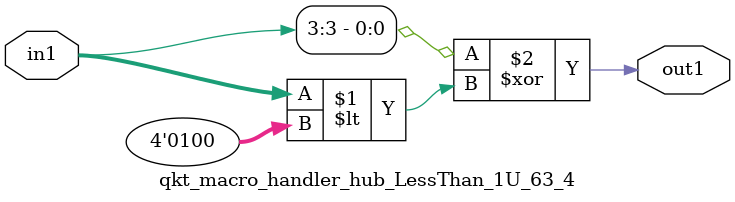
<source format=v>

`timescale 1ps / 1ps


module qkt_macro_handler_hub_LessThan_1U_63_4( in1, out1 );

    input [3:0] in1;
    output out1;

    
    // rtl_process:qkt_macro_handler_hub_LessThan_1U_63_4/qkt_macro_handler_hub_LessThan_1U_63_4_thread_1
    assign out1 = (in1[3] ^ in1 < 4'd04);

endmodule


</source>
